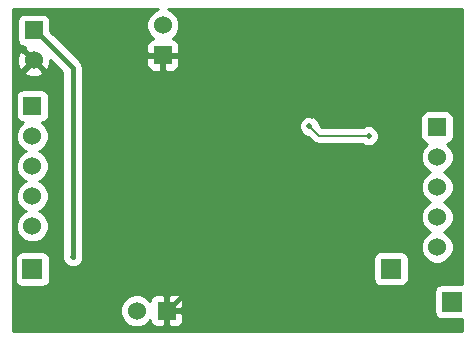
<source format=gbl>
G04 #@! TF.FileFunction,Copper,L2,Bot,Signal*
%FSLAX46Y46*%
G04 Gerber Fmt 4.6, Leading zero omitted, Abs format (unit mm)*
G04 Created by KiCad (PCBNEW 4.0.4-stable) date 03/15/17 00:52:14*
%MOMM*%
%LPD*%
G01*
G04 APERTURE LIST*
%ADD10C,0.150000*%
%ADD11R,1.700000X1.700000*%
%ADD12R,1.524000X1.524000*%
%ADD13C,1.524000*%
%ADD14C,0.508000*%
%ADD15C,0.152000*%
%ADD16C,0.457200*%
%ADD17C,0.254000*%
G04 APERTURE END LIST*
D10*
D11*
X314700000Y-144350000D03*
D12*
X290570000Y-145100000D03*
D13*
X288030000Y-145100000D03*
D12*
X290250000Y-123470000D03*
D13*
X290250000Y-120930000D03*
D11*
X279200000Y-141600000D03*
D12*
X279200000Y-127770000D03*
D13*
X279200000Y-130310000D03*
X279200000Y-132850000D03*
X279200000Y-135390000D03*
X279200000Y-137930000D03*
D12*
X279300000Y-121380000D03*
D13*
X279300000Y-123920000D03*
D12*
X313450000Y-129570000D03*
D13*
X313450000Y-132110000D03*
X313450000Y-134650000D03*
X313450000Y-137190000D03*
X313450000Y-139730000D03*
D11*
X309550000Y-141550000D03*
D14*
X302875000Y-128650000D03*
X298925000Y-123425000D03*
X297750000Y-142400000D03*
X293600000Y-138250000D03*
X293650000Y-142450000D03*
X307650000Y-130300000D03*
X302650000Y-129500000D03*
X282600000Y-140550000D03*
D15*
X302875000Y-127375000D02*
X302875000Y-128650000D01*
X298925000Y-123425000D02*
X302875000Y-127375000D01*
D16*
X297700000Y-142450000D02*
X293650000Y-142450000D01*
X297750000Y-142400000D02*
X297700000Y-142450000D01*
X293650000Y-142450000D02*
X293220000Y-142450000D01*
X293220000Y-142450000D02*
X290570000Y-145100000D01*
D15*
X293650000Y-138300000D02*
X293650000Y-142450000D01*
X293600000Y-138250000D02*
X293650000Y-138300000D01*
X303450000Y-130300000D02*
X307650000Y-130300000D01*
X302650000Y-129500000D02*
X303450000Y-130300000D01*
D16*
X279300000Y-121380000D02*
X279430000Y-121380000D01*
X279430000Y-121380000D02*
X282600000Y-124550000D01*
X282600000Y-124550000D02*
X282600000Y-140550000D01*
D17*
G36*
X289459697Y-119744990D02*
X289066371Y-120137630D01*
X288853243Y-120650900D01*
X288852758Y-121206661D01*
X289064990Y-121720303D01*
X289417072Y-122073000D01*
X289361690Y-122073000D01*
X289128301Y-122169673D01*
X288949673Y-122348302D01*
X288853000Y-122581691D01*
X288853000Y-123184250D01*
X289011750Y-123343000D01*
X290123000Y-123343000D01*
X290123000Y-123323000D01*
X290377000Y-123323000D01*
X290377000Y-123343000D01*
X291488250Y-123343000D01*
X291647000Y-123184250D01*
X291647000Y-122581691D01*
X291550327Y-122348302D01*
X291371699Y-122169673D01*
X291138310Y-122073000D01*
X291082386Y-122073000D01*
X291433629Y-121722370D01*
X291646757Y-121209100D01*
X291647242Y-120653339D01*
X291435010Y-120139697D01*
X291042370Y-119746371D01*
X290713952Y-119610000D01*
X315590000Y-119610000D01*
X315590000Y-142860660D01*
X315550000Y-142852560D01*
X313850000Y-142852560D01*
X313614683Y-142896838D01*
X313398559Y-143035910D01*
X313253569Y-143248110D01*
X313202560Y-143500000D01*
X313202560Y-145200000D01*
X313246838Y-145435317D01*
X313385910Y-145651441D01*
X313598110Y-145796431D01*
X313850000Y-145847440D01*
X315550000Y-145847440D01*
X315590000Y-145839913D01*
X315590000Y-146865000D01*
X277535000Y-146865000D01*
X277535000Y-145376661D01*
X286632758Y-145376661D01*
X286844990Y-145890303D01*
X287237630Y-146283629D01*
X287750900Y-146496757D01*
X288306661Y-146497242D01*
X288820303Y-146285010D01*
X289173000Y-145932928D01*
X289173000Y-145988310D01*
X289269673Y-146221699D01*
X289448302Y-146400327D01*
X289681691Y-146497000D01*
X290284250Y-146497000D01*
X290443000Y-146338250D01*
X290443000Y-145227000D01*
X290697000Y-145227000D01*
X290697000Y-146338250D01*
X290855750Y-146497000D01*
X291458309Y-146497000D01*
X291691698Y-146400327D01*
X291870327Y-146221699D01*
X291967000Y-145988310D01*
X291967000Y-145385750D01*
X291808250Y-145227000D01*
X290697000Y-145227000D01*
X290443000Y-145227000D01*
X290423000Y-145227000D01*
X290423000Y-144973000D01*
X290443000Y-144973000D01*
X290443000Y-143861750D01*
X290697000Y-143861750D01*
X290697000Y-144973000D01*
X291808250Y-144973000D01*
X291967000Y-144814250D01*
X291967000Y-144211690D01*
X291870327Y-143978301D01*
X291691698Y-143799673D01*
X291458309Y-143703000D01*
X290855750Y-143703000D01*
X290697000Y-143861750D01*
X290443000Y-143861750D01*
X290284250Y-143703000D01*
X289681691Y-143703000D01*
X289448302Y-143799673D01*
X289269673Y-143978301D01*
X289173000Y-144211690D01*
X289173000Y-144267614D01*
X288822370Y-143916371D01*
X288309100Y-143703243D01*
X287753339Y-143702758D01*
X287239697Y-143914990D01*
X286846371Y-144307630D01*
X286633243Y-144820900D01*
X286632758Y-145376661D01*
X277535000Y-145376661D01*
X277535000Y-140750000D01*
X277702560Y-140750000D01*
X277702560Y-142450000D01*
X277746838Y-142685317D01*
X277885910Y-142901441D01*
X278098110Y-143046431D01*
X278350000Y-143097440D01*
X280050000Y-143097440D01*
X280285317Y-143053162D01*
X280501441Y-142914090D01*
X280646431Y-142701890D01*
X280697440Y-142450000D01*
X280697440Y-140750000D01*
X280653162Y-140514683D01*
X280514090Y-140298559D01*
X280301890Y-140153569D01*
X280050000Y-140102560D01*
X278350000Y-140102560D01*
X278114683Y-140146838D01*
X277898559Y-140285910D01*
X277753569Y-140498110D01*
X277702560Y-140750000D01*
X277535000Y-140750000D01*
X277535000Y-127008000D01*
X277790560Y-127008000D01*
X277790560Y-128532000D01*
X277834838Y-128767317D01*
X277973910Y-128983441D01*
X278186110Y-129128431D01*
X278369124Y-129165492D01*
X278016371Y-129517630D01*
X277803243Y-130030900D01*
X277802758Y-130586661D01*
X278014990Y-131100303D01*
X278407630Y-131493629D01*
X278615512Y-131579949D01*
X278409697Y-131664990D01*
X278016371Y-132057630D01*
X277803243Y-132570900D01*
X277802758Y-133126661D01*
X278014990Y-133640303D01*
X278407630Y-134033629D01*
X278615512Y-134119949D01*
X278409697Y-134204990D01*
X278016371Y-134597630D01*
X277803243Y-135110900D01*
X277802758Y-135666661D01*
X278014990Y-136180303D01*
X278407630Y-136573629D01*
X278615512Y-136659949D01*
X278409697Y-136744990D01*
X278016371Y-137137630D01*
X277803243Y-137650900D01*
X277802758Y-138206661D01*
X278014990Y-138720303D01*
X278407630Y-139113629D01*
X278920900Y-139326757D01*
X279476661Y-139327242D01*
X279990303Y-139115010D01*
X280383629Y-138722370D01*
X280596757Y-138209100D01*
X280597242Y-137653339D01*
X280385010Y-137139697D01*
X279992370Y-136746371D01*
X279784488Y-136660051D01*
X279990303Y-136575010D01*
X280383629Y-136182370D01*
X280596757Y-135669100D01*
X280597242Y-135113339D01*
X280385010Y-134599697D01*
X279992370Y-134206371D01*
X279784488Y-134120051D01*
X279990303Y-134035010D01*
X280383629Y-133642370D01*
X280596757Y-133129100D01*
X280597242Y-132573339D01*
X280385010Y-132059697D01*
X279992370Y-131666371D01*
X279784488Y-131580051D01*
X279990303Y-131495010D01*
X280383629Y-131102370D01*
X280596757Y-130589100D01*
X280597242Y-130033339D01*
X280385010Y-129519697D01*
X280032167Y-129166237D01*
X280197317Y-129135162D01*
X280413441Y-128996090D01*
X280558431Y-128783890D01*
X280609440Y-128532000D01*
X280609440Y-127008000D01*
X280565162Y-126772683D01*
X280426090Y-126556559D01*
X280213890Y-126411569D01*
X279962000Y-126360560D01*
X278438000Y-126360560D01*
X278202683Y-126404838D01*
X277986559Y-126543910D01*
X277841569Y-126756110D01*
X277790560Y-127008000D01*
X277535000Y-127008000D01*
X277535000Y-124900213D01*
X278499392Y-124900213D01*
X278568857Y-125142397D01*
X279092302Y-125329144D01*
X279647368Y-125301362D01*
X280031143Y-125142397D01*
X280100608Y-124900213D01*
X279300000Y-124099605D01*
X278499392Y-124900213D01*
X277535000Y-124900213D01*
X277535000Y-123712302D01*
X277890856Y-123712302D01*
X277918638Y-124267368D01*
X278077603Y-124651143D01*
X278319787Y-124720608D01*
X279120395Y-123920000D01*
X278319787Y-123119392D01*
X278077603Y-123188857D01*
X277890856Y-123712302D01*
X277535000Y-123712302D01*
X277535000Y-120618000D01*
X277890560Y-120618000D01*
X277890560Y-122142000D01*
X277934838Y-122377317D01*
X278073910Y-122593441D01*
X278286110Y-122738431D01*
X278538000Y-122789440D01*
X278542516Y-122789440D01*
X278499392Y-122939787D01*
X279300000Y-123740395D01*
X279314143Y-123726253D01*
X279493748Y-123905858D01*
X279479605Y-123920000D01*
X280280213Y-124720608D01*
X280522397Y-124651143D01*
X280709144Y-124127698D01*
X280696117Y-123867431D01*
X281736400Y-124907714D01*
X281736400Y-140311592D01*
X281711154Y-140372391D01*
X281710846Y-140726057D01*
X281845903Y-141052920D01*
X282095764Y-141303218D01*
X282422391Y-141438846D01*
X282776057Y-141439154D01*
X283102920Y-141304097D01*
X283353218Y-141054236D01*
X283488846Y-140727609D01*
X283488870Y-140700000D01*
X308052560Y-140700000D01*
X308052560Y-142400000D01*
X308096838Y-142635317D01*
X308235910Y-142851441D01*
X308448110Y-142996431D01*
X308700000Y-143047440D01*
X310400000Y-143047440D01*
X310635317Y-143003162D01*
X310851441Y-142864090D01*
X310996431Y-142651890D01*
X311047440Y-142400000D01*
X311047440Y-140700000D01*
X311003162Y-140464683D01*
X310864090Y-140248559D01*
X310651890Y-140103569D01*
X310400000Y-140052560D01*
X308700000Y-140052560D01*
X308464683Y-140096838D01*
X308248559Y-140235910D01*
X308103569Y-140448110D01*
X308052560Y-140700000D01*
X283488870Y-140700000D01*
X283489154Y-140373943D01*
X283463600Y-140312098D01*
X283463600Y-129676057D01*
X301760846Y-129676057D01*
X301895903Y-130002920D01*
X302145764Y-130253218D01*
X302472391Y-130388846D01*
X302533393Y-130388899D01*
X302947247Y-130802753D01*
X303177912Y-130956878D01*
X303450000Y-131011000D01*
X307103620Y-131011000D01*
X307145764Y-131053218D01*
X307472391Y-131188846D01*
X307826057Y-131189154D01*
X308152920Y-131054097D01*
X308403218Y-130804236D01*
X308538846Y-130477609D01*
X308539154Y-130123943D01*
X308404097Y-129797080D01*
X308154236Y-129546782D01*
X307827609Y-129411154D01*
X307473943Y-129410846D01*
X307147080Y-129545903D01*
X307103908Y-129589000D01*
X303744506Y-129589000D01*
X303539102Y-129383596D01*
X303539154Y-129323943D01*
X303404097Y-128997080D01*
X303215348Y-128808000D01*
X312040560Y-128808000D01*
X312040560Y-130332000D01*
X312084838Y-130567317D01*
X312223910Y-130783441D01*
X312436110Y-130928431D01*
X312619124Y-130965492D01*
X312266371Y-131317630D01*
X312053243Y-131830900D01*
X312052758Y-132386661D01*
X312264990Y-132900303D01*
X312657630Y-133293629D01*
X312865512Y-133379949D01*
X312659697Y-133464990D01*
X312266371Y-133857630D01*
X312053243Y-134370900D01*
X312052758Y-134926661D01*
X312264990Y-135440303D01*
X312657630Y-135833629D01*
X312865512Y-135919949D01*
X312659697Y-136004990D01*
X312266371Y-136397630D01*
X312053243Y-136910900D01*
X312052758Y-137466661D01*
X312264990Y-137980303D01*
X312657630Y-138373629D01*
X312865512Y-138459949D01*
X312659697Y-138544990D01*
X312266371Y-138937630D01*
X312053243Y-139450900D01*
X312052758Y-140006661D01*
X312264990Y-140520303D01*
X312657630Y-140913629D01*
X313170900Y-141126757D01*
X313726661Y-141127242D01*
X314240303Y-140915010D01*
X314633629Y-140522370D01*
X314846757Y-140009100D01*
X314847242Y-139453339D01*
X314635010Y-138939697D01*
X314242370Y-138546371D01*
X314034488Y-138460051D01*
X314240303Y-138375010D01*
X314633629Y-137982370D01*
X314846757Y-137469100D01*
X314847242Y-136913339D01*
X314635010Y-136399697D01*
X314242370Y-136006371D01*
X314034488Y-135920051D01*
X314240303Y-135835010D01*
X314633629Y-135442370D01*
X314846757Y-134929100D01*
X314847242Y-134373339D01*
X314635010Y-133859697D01*
X314242370Y-133466371D01*
X314034488Y-133380051D01*
X314240303Y-133295010D01*
X314633629Y-132902370D01*
X314846757Y-132389100D01*
X314847242Y-131833339D01*
X314635010Y-131319697D01*
X314282167Y-130966237D01*
X314447317Y-130935162D01*
X314663441Y-130796090D01*
X314808431Y-130583890D01*
X314859440Y-130332000D01*
X314859440Y-128808000D01*
X314815162Y-128572683D01*
X314676090Y-128356559D01*
X314463890Y-128211569D01*
X314212000Y-128160560D01*
X312688000Y-128160560D01*
X312452683Y-128204838D01*
X312236559Y-128343910D01*
X312091569Y-128556110D01*
X312040560Y-128808000D01*
X303215348Y-128808000D01*
X303154236Y-128746782D01*
X302827609Y-128611154D01*
X302473943Y-128610846D01*
X302147080Y-128745903D01*
X301896782Y-128995764D01*
X301761154Y-129322391D01*
X301760846Y-129676057D01*
X283463600Y-129676057D01*
X283463600Y-124550000D01*
X283397862Y-124219515D01*
X283210657Y-123939343D01*
X283027064Y-123755750D01*
X288853000Y-123755750D01*
X288853000Y-124358309D01*
X288949673Y-124591698D01*
X289128301Y-124770327D01*
X289361690Y-124867000D01*
X289964250Y-124867000D01*
X290123000Y-124708250D01*
X290123000Y-123597000D01*
X290377000Y-123597000D01*
X290377000Y-124708250D01*
X290535750Y-124867000D01*
X291138310Y-124867000D01*
X291371699Y-124770327D01*
X291550327Y-124591698D01*
X291647000Y-124358309D01*
X291647000Y-123755750D01*
X291488250Y-123597000D01*
X290377000Y-123597000D01*
X290123000Y-123597000D01*
X289011750Y-123597000D01*
X288853000Y-123755750D01*
X283027064Y-123755750D01*
X280709440Y-121438126D01*
X280709440Y-120618000D01*
X280665162Y-120382683D01*
X280526090Y-120166559D01*
X280313890Y-120021569D01*
X280062000Y-119970560D01*
X278538000Y-119970560D01*
X278302683Y-120014838D01*
X278086559Y-120153910D01*
X277941569Y-120366110D01*
X277890560Y-120618000D01*
X277535000Y-120618000D01*
X277535000Y-119610000D01*
X289786399Y-119610000D01*
X289459697Y-119744990D01*
X289459697Y-119744990D01*
G37*
X289459697Y-119744990D02*
X289066371Y-120137630D01*
X288853243Y-120650900D01*
X288852758Y-121206661D01*
X289064990Y-121720303D01*
X289417072Y-122073000D01*
X289361690Y-122073000D01*
X289128301Y-122169673D01*
X288949673Y-122348302D01*
X288853000Y-122581691D01*
X288853000Y-123184250D01*
X289011750Y-123343000D01*
X290123000Y-123343000D01*
X290123000Y-123323000D01*
X290377000Y-123323000D01*
X290377000Y-123343000D01*
X291488250Y-123343000D01*
X291647000Y-123184250D01*
X291647000Y-122581691D01*
X291550327Y-122348302D01*
X291371699Y-122169673D01*
X291138310Y-122073000D01*
X291082386Y-122073000D01*
X291433629Y-121722370D01*
X291646757Y-121209100D01*
X291647242Y-120653339D01*
X291435010Y-120139697D01*
X291042370Y-119746371D01*
X290713952Y-119610000D01*
X315590000Y-119610000D01*
X315590000Y-142860660D01*
X315550000Y-142852560D01*
X313850000Y-142852560D01*
X313614683Y-142896838D01*
X313398559Y-143035910D01*
X313253569Y-143248110D01*
X313202560Y-143500000D01*
X313202560Y-145200000D01*
X313246838Y-145435317D01*
X313385910Y-145651441D01*
X313598110Y-145796431D01*
X313850000Y-145847440D01*
X315550000Y-145847440D01*
X315590000Y-145839913D01*
X315590000Y-146865000D01*
X277535000Y-146865000D01*
X277535000Y-145376661D01*
X286632758Y-145376661D01*
X286844990Y-145890303D01*
X287237630Y-146283629D01*
X287750900Y-146496757D01*
X288306661Y-146497242D01*
X288820303Y-146285010D01*
X289173000Y-145932928D01*
X289173000Y-145988310D01*
X289269673Y-146221699D01*
X289448302Y-146400327D01*
X289681691Y-146497000D01*
X290284250Y-146497000D01*
X290443000Y-146338250D01*
X290443000Y-145227000D01*
X290697000Y-145227000D01*
X290697000Y-146338250D01*
X290855750Y-146497000D01*
X291458309Y-146497000D01*
X291691698Y-146400327D01*
X291870327Y-146221699D01*
X291967000Y-145988310D01*
X291967000Y-145385750D01*
X291808250Y-145227000D01*
X290697000Y-145227000D01*
X290443000Y-145227000D01*
X290423000Y-145227000D01*
X290423000Y-144973000D01*
X290443000Y-144973000D01*
X290443000Y-143861750D01*
X290697000Y-143861750D01*
X290697000Y-144973000D01*
X291808250Y-144973000D01*
X291967000Y-144814250D01*
X291967000Y-144211690D01*
X291870327Y-143978301D01*
X291691698Y-143799673D01*
X291458309Y-143703000D01*
X290855750Y-143703000D01*
X290697000Y-143861750D01*
X290443000Y-143861750D01*
X290284250Y-143703000D01*
X289681691Y-143703000D01*
X289448302Y-143799673D01*
X289269673Y-143978301D01*
X289173000Y-144211690D01*
X289173000Y-144267614D01*
X288822370Y-143916371D01*
X288309100Y-143703243D01*
X287753339Y-143702758D01*
X287239697Y-143914990D01*
X286846371Y-144307630D01*
X286633243Y-144820900D01*
X286632758Y-145376661D01*
X277535000Y-145376661D01*
X277535000Y-140750000D01*
X277702560Y-140750000D01*
X277702560Y-142450000D01*
X277746838Y-142685317D01*
X277885910Y-142901441D01*
X278098110Y-143046431D01*
X278350000Y-143097440D01*
X280050000Y-143097440D01*
X280285317Y-143053162D01*
X280501441Y-142914090D01*
X280646431Y-142701890D01*
X280697440Y-142450000D01*
X280697440Y-140750000D01*
X280653162Y-140514683D01*
X280514090Y-140298559D01*
X280301890Y-140153569D01*
X280050000Y-140102560D01*
X278350000Y-140102560D01*
X278114683Y-140146838D01*
X277898559Y-140285910D01*
X277753569Y-140498110D01*
X277702560Y-140750000D01*
X277535000Y-140750000D01*
X277535000Y-127008000D01*
X277790560Y-127008000D01*
X277790560Y-128532000D01*
X277834838Y-128767317D01*
X277973910Y-128983441D01*
X278186110Y-129128431D01*
X278369124Y-129165492D01*
X278016371Y-129517630D01*
X277803243Y-130030900D01*
X277802758Y-130586661D01*
X278014990Y-131100303D01*
X278407630Y-131493629D01*
X278615512Y-131579949D01*
X278409697Y-131664990D01*
X278016371Y-132057630D01*
X277803243Y-132570900D01*
X277802758Y-133126661D01*
X278014990Y-133640303D01*
X278407630Y-134033629D01*
X278615512Y-134119949D01*
X278409697Y-134204990D01*
X278016371Y-134597630D01*
X277803243Y-135110900D01*
X277802758Y-135666661D01*
X278014990Y-136180303D01*
X278407630Y-136573629D01*
X278615512Y-136659949D01*
X278409697Y-136744990D01*
X278016371Y-137137630D01*
X277803243Y-137650900D01*
X277802758Y-138206661D01*
X278014990Y-138720303D01*
X278407630Y-139113629D01*
X278920900Y-139326757D01*
X279476661Y-139327242D01*
X279990303Y-139115010D01*
X280383629Y-138722370D01*
X280596757Y-138209100D01*
X280597242Y-137653339D01*
X280385010Y-137139697D01*
X279992370Y-136746371D01*
X279784488Y-136660051D01*
X279990303Y-136575010D01*
X280383629Y-136182370D01*
X280596757Y-135669100D01*
X280597242Y-135113339D01*
X280385010Y-134599697D01*
X279992370Y-134206371D01*
X279784488Y-134120051D01*
X279990303Y-134035010D01*
X280383629Y-133642370D01*
X280596757Y-133129100D01*
X280597242Y-132573339D01*
X280385010Y-132059697D01*
X279992370Y-131666371D01*
X279784488Y-131580051D01*
X279990303Y-131495010D01*
X280383629Y-131102370D01*
X280596757Y-130589100D01*
X280597242Y-130033339D01*
X280385010Y-129519697D01*
X280032167Y-129166237D01*
X280197317Y-129135162D01*
X280413441Y-128996090D01*
X280558431Y-128783890D01*
X280609440Y-128532000D01*
X280609440Y-127008000D01*
X280565162Y-126772683D01*
X280426090Y-126556559D01*
X280213890Y-126411569D01*
X279962000Y-126360560D01*
X278438000Y-126360560D01*
X278202683Y-126404838D01*
X277986559Y-126543910D01*
X277841569Y-126756110D01*
X277790560Y-127008000D01*
X277535000Y-127008000D01*
X277535000Y-124900213D01*
X278499392Y-124900213D01*
X278568857Y-125142397D01*
X279092302Y-125329144D01*
X279647368Y-125301362D01*
X280031143Y-125142397D01*
X280100608Y-124900213D01*
X279300000Y-124099605D01*
X278499392Y-124900213D01*
X277535000Y-124900213D01*
X277535000Y-123712302D01*
X277890856Y-123712302D01*
X277918638Y-124267368D01*
X278077603Y-124651143D01*
X278319787Y-124720608D01*
X279120395Y-123920000D01*
X278319787Y-123119392D01*
X278077603Y-123188857D01*
X277890856Y-123712302D01*
X277535000Y-123712302D01*
X277535000Y-120618000D01*
X277890560Y-120618000D01*
X277890560Y-122142000D01*
X277934838Y-122377317D01*
X278073910Y-122593441D01*
X278286110Y-122738431D01*
X278538000Y-122789440D01*
X278542516Y-122789440D01*
X278499392Y-122939787D01*
X279300000Y-123740395D01*
X279314143Y-123726253D01*
X279493748Y-123905858D01*
X279479605Y-123920000D01*
X280280213Y-124720608D01*
X280522397Y-124651143D01*
X280709144Y-124127698D01*
X280696117Y-123867431D01*
X281736400Y-124907714D01*
X281736400Y-140311592D01*
X281711154Y-140372391D01*
X281710846Y-140726057D01*
X281845903Y-141052920D01*
X282095764Y-141303218D01*
X282422391Y-141438846D01*
X282776057Y-141439154D01*
X283102920Y-141304097D01*
X283353218Y-141054236D01*
X283488846Y-140727609D01*
X283488870Y-140700000D01*
X308052560Y-140700000D01*
X308052560Y-142400000D01*
X308096838Y-142635317D01*
X308235910Y-142851441D01*
X308448110Y-142996431D01*
X308700000Y-143047440D01*
X310400000Y-143047440D01*
X310635317Y-143003162D01*
X310851441Y-142864090D01*
X310996431Y-142651890D01*
X311047440Y-142400000D01*
X311047440Y-140700000D01*
X311003162Y-140464683D01*
X310864090Y-140248559D01*
X310651890Y-140103569D01*
X310400000Y-140052560D01*
X308700000Y-140052560D01*
X308464683Y-140096838D01*
X308248559Y-140235910D01*
X308103569Y-140448110D01*
X308052560Y-140700000D01*
X283488870Y-140700000D01*
X283489154Y-140373943D01*
X283463600Y-140312098D01*
X283463600Y-129676057D01*
X301760846Y-129676057D01*
X301895903Y-130002920D01*
X302145764Y-130253218D01*
X302472391Y-130388846D01*
X302533393Y-130388899D01*
X302947247Y-130802753D01*
X303177912Y-130956878D01*
X303450000Y-131011000D01*
X307103620Y-131011000D01*
X307145764Y-131053218D01*
X307472391Y-131188846D01*
X307826057Y-131189154D01*
X308152920Y-131054097D01*
X308403218Y-130804236D01*
X308538846Y-130477609D01*
X308539154Y-130123943D01*
X308404097Y-129797080D01*
X308154236Y-129546782D01*
X307827609Y-129411154D01*
X307473943Y-129410846D01*
X307147080Y-129545903D01*
X307103908Y-129589000D01*
X303744506Y-129589000D01*
X303539102Y-129383596D01*
X303539154Y-129323943D01*
X303404097Y-128997080D01*
X303215348Y-128808000D01*
X312040560Y-128808000D01*
X312040560Y-130332000D01*
X312084838Y-130567317D01*
X312223910Y-130783441D01*
X312436110Y-130928431D01*
X312619124Y-130965492D01*
X312266371Y-131317630D01*
X312053243Y-131830900D01*
X312052758Y-132386661D01*
X312264990Y-132900303D01*
X312657630Y-133293629D01*
X312865512Y-133379949D01*
X312659697Y-133464990D01*
X312266371Y-133857630D01*
X312053243Y-134370900D01*
X312052758Y-134926661D01*
X312264990Y-135440303D01*
X312657630Y-135833629D01*
X312865512Y-135919949D01*
X312659697Y-136004990D01*
X312266371Y-136397630D01*
X312053243Y-136910900D01*
X312052758Y-137466661D01*
X312264990Y-137980303D01*
X312657630Y-138373629D01*
X312865512Y-138459949D01*
X312659697Y-138544990D01*
X312266371Y-138937630D01*
X312053243Y-139450900D01*
X312052758Y-140006661D01*
X312264990Y-140520303D01*
X312657630Y-140913629D01*
X313170900Y-141126757D01*
X313726661Y-141127242D01*
X314240303Y-140915010D01*
X314633629Y-140522370D01*
X314846757Y-140009100D01*
X314847242Y-139453339D01*
X314635010Y-138939697D01*
X314242370Y-138546371D01*
X314034488Y-138460051D01*
X314240303Y-138375010D01*
X314633629Y-137982370D01*
X314846757Y-137469100D01*
X314847242Y-136913339D01*
X314635010Y-136399697D01*
X314242370Y-136006371D01*
X314034488Y-135920051D01*
X314240303Y-135835010D01*
X314633629Y-135442370D01*
X314846757Y-134929100D01*
X314847242Y-134373339D01*
X314635010Y-133859697D01*
X314242370Y-133466371D01*
X314034488Y-133380051D01*
X314240303Y-133295010D01*
X314633629Y-132902370D01*
X314846757Y-132389100D01*
X314847242Y-131833339D01*
X314635010Y-131319697D01*
X314282167Y-130966237D01*
X314447317Y-130935162D01*
X314663441Y-130796090D01*
X314808431Y-130583890D01*
X314859440Y-130332000D01*
X314859440Y-128808000D01*
X314815162Y-128572683D01*
X314676090Y-128356559D01*
X314463890Y-128211569D01*
X314212000Y-128160560D01*
X312688000Y-128160560D01*
X312452683Y-128204838D01*
X312236559Y-128343910D01*
X312091569Y-128556110D01*
X312040560Y-128808000D01*
X303215348Y-128808000D01*
X303154236Y-128746782D01*
X302827609Y-128611154D01*
X302473943Y-128610846D01*
X302147080Y-128745903D01*
X301896782Y-128995764D01*
X301761154Y-129322391D01*
X301760846Y-129676057D01*
X283463600Y-129676057D01*
X283463600Y-124550000D01*
X283397862Y-124219515D01*
X283210657Y-123939343D01*
X283027064Y-123755750D01*
X288853000Y-123755750D01*
X288853000Y-124358309D01*
X288949673Y-124591698D01*
X289128301Y-124770327D01*
X289361690Y-124867000D01*
X289964250Y-124867000D01*
X290123000Y-124708250D01*
X290123000Y-123597000D01*
X290377000Y-123597000D01*
X290377000Y-124708250D01*
X290535750Y-124867000D01*
X291138310Y-124867000D01*
X291371699Y-124770327D01*
X291550327Y-124591698D01*
X291647000Y-124358309D01*
X291647000Y-123755750D01*
X291488250Y-123597000D01*
X290377000Y-123597000D01*
X290123000Y-123597000D01*
X289011750Y-123597000D01*
X288853000Y-123755750D01*
X283027064Y-123755750D01*
X280709440Y-121438126D01*
X280709440Y-120618000D01*
X280665162Y-120382683D01*
X280526090Y-120166559D01*
X280313890Y-120021569D01*
X280062000Y-119970560D01*
X278538000Y-119970560D01*
X278302683Y-120014838D01*
X278086559Y-120153910D01*
X277941569Y-120366110D01*
X277890560Y-120618000D01*
X277535000Y-120618000D01*
X277535000Y-119610000D01*
X289786399Y-119610000D01*
X289459697Y-119744990D01*
M02*

</source>
